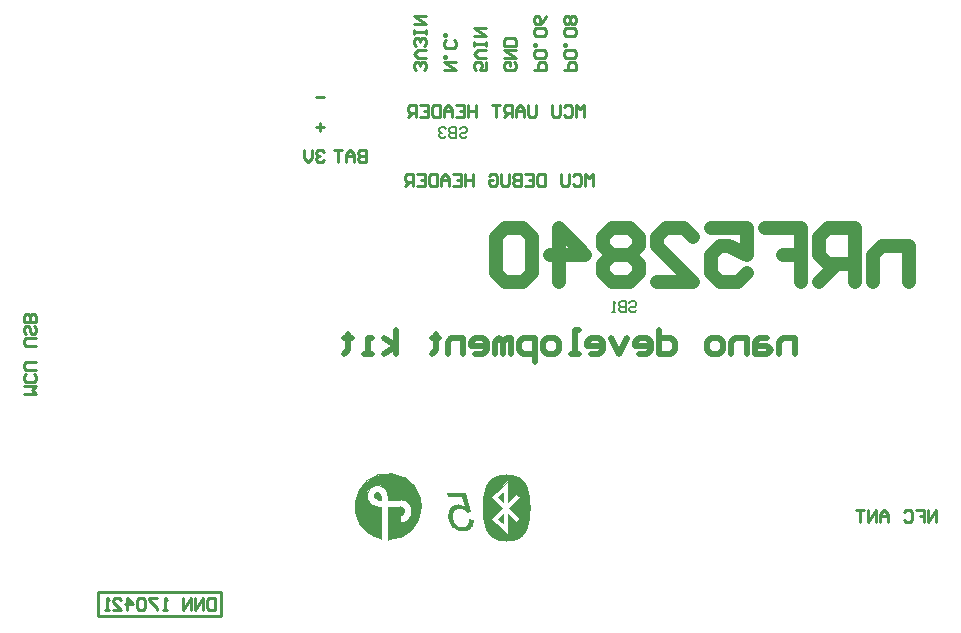
<source format=gbo>
G04 Layer_Color=32896*
%FSTAX24Y24*%
%MOIN*%
G70*
G01*
G75*
%ADD22C,0.0100*%
%ADD24C,0.0080*%
%ADD38C,0.0200*%
%ADD66C,0.0039*%
%ADD67C,0.0450*%
G36*
X041808Y031214D02*
X042064Y030968D01*
X042202Y030693D01*
X04229Y030338D01*
X042231Y029955D01*
X042034Y02959D01*
X0417Y029315D01*
X041336Y029207D01*
X041178D01*
Y030299D01*
X041572D01*
X04171Y03023D01*
X041729Y030132D01*
X04167Y030014D01*
X041572Y029984D01*
Y029758D01*
X041759Y029787D01*
X041897Y029915D01*
X041966Y030102D01*
X041936Y030309D01*
X041788Y030476D01*
X041572Y030535D01*
X041178D01*
X041149Y030781D01*
X04107Y030919D01*
X040903Y031008D01*
X040745Y030998D01*
X040607Y030939D01*
X040479Y030772D01*
X040469Y030604D01*
X040538Y030437D01*
X040666Y030329D01*
X040824Y030299D01*
X040942D01*
X040939Y029223D01*
X040716Y029295D01*
X04045Y029472D01*
X040253Y029699D01*
X040125Y029955D01*
X040066Y030329D01*
X040135Y030644D01*
X040253Y030909D01*
X04046Y031136D01*
X040686Y031293D01*
X04103Y031392D01*
X041395D01*
X041808Y031214D01*
D02*
G37*
G36*
X045528Y031286D02*
X045764Y03108D01*
X045833Y030873D01*
X045882Y030656D01*
X045911Y030302D01*
X045882Y02981D01*
X045764Y029436D01*
X045537Y029229D01*
X045193Y029141D01*
X045144Y02915D01*
X044917Y02916D01*
X044681Y029249D01*
X044563Y029357D01*
X044458Y029506D01*
X044366Y029849D01*
Y029889D01*
X044337Y030194D01*
X044366Y030617D01*
X044458Y031D01*
X044612Y031208D01*
X044878Y031336D01*
X045163Y031355D01*
X045528Y031286D01*
D02*
G37*
G36*
X043949Y030109D02*
X043812Y0301D01*
X043791Y030122D01*
X043773Y030142D01*
X043752Y030159D01*
X043736Y030174D01*
X043721Y030183D01*
X04371Y030192D01*
X043701Y030196D01*
X043699Y030198D01*
X043675Y030209D01*
X043652Y030216D01*
X04363Y030224D01*
X04361Y030227D01*
X043591Y030229D01*
X043578Y030231D01*
X043567D01*
X04353Y030229D01*
X043497Y030222D01*
X043469Y030211D01*
X043445Y0302D01*
X043427Y030187D01*
X043412Y030177D01*
X043404Y03017D01*
X043401Y030166D01*
X043379Y03014D01*
X043364Y030113D01*
X043353Y030083D01*
X043343Y030055D01*
X04334Y030031D01*
X043338Y030013D01*
X043336Y030005D01*
Y03D01*
Y029996D01*
Y029994D01*
X043338Y029959D01*
X043343Y029924D01*
X043351Y029891D01*
X04336Y029861D01*
X043369Y029837D01*
X043377Y029817D01*
X04338Y029809D01*
X043382Y029804D01*
X043384Y029802D01*
Y0298D01*
X043403Y029767D01*
X043423Y029737D01*
X043443Y029711D01*
X043464Y029691D01*
X04348Y029674D01*
X043495Y029663D01*
X043504Y029655D01*
X043508Y029654D01*
X043536Y029637D01*
X043564Y029624D01*
X043588Y029617D01*
X04361Y029609D01*
X043628Y029606D01*
X043643Y029604D01*
X043656D01*
X043677Y029606D01*
X043697Y029609D01*
X043715Y029613D01*
X043732Y029618D01*
X043745Y029624D01*
X043754Y02963D01*
X043762Y029631D01*
X043764Y029633D01*
X043782Y029646D01*
X043797Y029661D01*
X04381Y029676D01*
X043823Y029691D01*
X04383Y029704D01*
X043838Y029715D01*
X043841Y029722D01*
X043843Y029724D01*
X043852Y029746D01*
X04386Y029767D01*
X043863Y029787D01*
X043867Y029805D01*
X043869Y02982D01*
X043871Y029831D01*
Y029839D01*
Y029841D01*
Y029844D01*
Y02985D01*
Y029865D01*
Y029878D01*
Y029881D01*
Y029883D01*
X04403Y029866D01*
Y029854D01*
Y029846D01*
Y029841D01*
Y029839D01*
X044028Y029805D01*
X044025Y029774D01*
X044017Y029744D01*
X04401Y029718D01*
X044002Y029696D01*
X043995Y029678D01*
X043991Y029667D01*
X043989Y029665D01*
Y029663D01*
X043971Y029631D01*
X04395Y029606D01*
X04393Y029581D01*
X04391Y029561D01*
X043891Y029546D01*
X043876Y029535D01*
X043865Y029528D01*
X043862Y029526D01*
X043828Y029509D01*
X043795Y029498D01*
X043764Y029489D01*
X043732Y029483D01*
X043706Y02948D01*
X043686Y029478D01*
X043667D01*
X043619Y029481D01*
X043573Y029489D01*
X043532Y029498D01*
X043495Y029511D01*
X043466Y029524D01*
X043453Y02953D01*
X043443Y029533D01*
X043434Y029539D01*
X043429Y029541D01*
X043425Y029544D01*
X043423D01*
X043382Y029572D01*
X043347Y029602D01*
X043316Y029633D01*
X04329Y029665D01*
X043269Y029692D01*
X043255Y029715D01*
X043251Y029724D01*
X043247Y02973D01*
X043243Y029733D01*
Y029735D01*
X043221Y029783D01*
X043206Y029831D01*
X043195Y029876D01*
X043186Y029918D01*
X043184Y029937D01*
X043182Y029953D01*
X04318Y02997D01*
Y029983D01*
X043179Y029992D01*
Y030002D01*
Y030005D01*
Y030007D01*
X04318Y030039D01*
X043182Y030068D01*
X043188Y030094D01*
X043193Y03012D01*
X043201Y030144D01*
X043208Y030166D01*
X043217Y030187D01*
X043227Y030205D01*
X043236Y03022D01*
X043245Y030235D01*
X043253Y030246D01*
X04326Y030255D01*
X043266Y030264D01*
X043271Y03027D01*
X043273Y030272D01*
X043275Y030274D01*
X043293Y03029D01*
X043312Y030307D01*
X043332Y03032D01*
X043353Y030331D01*
X043393Y030348D01*
X04343Y030359D01*
X043464Y030366D01*
X043478Y030368D01*
X043491Y03037D01*
X043501Y030372D01*
X043538D01*
X04356Y030368D01*
X04358Y030366D01*
X043597Y030363D01*
X043612Y030359D01*
X043625Y030355D01*
X043632Y030353D01*
X043634Y030351D01*
X043675Y030333D01*
X043693Y030324D01*
X04371Y030314D01*
X043725Y030305D01*
X043736Y030298D01*
X043743Y030294D01*
X043745Y030292D01*
X043649Y03062D01*
X04316D01*
X04313Y030764D01*
X043756D01*
X043949Y030109D01*
D02*
G37*
G36*
X040883Y030762D02*
X040942Y030653D01*
Y030535D01*
X040784Y030545D01*
X040716Y030594D01*
Y030713D01*
X040804Y030772D01*
X040883Y030762D01*
D02*
G37*
%LPC*%
G36*
X045163Y031158D02*
X044612Y030607D01*
X044967Y030253D01*
X044612Y029899D01*
X045163Y029347D01*
Y030056D01*
X045439Y02978D01*
X045557Y029899D01*
X045547Y029908D01*
X045203Y030253D01*
X045557Y030607D01*
X045439Y030725D01*
X045163Y03045D01*
Y031158D01*
D02*
G37*
%LPD*%
G36*
X045006Y03045D02*
X044848Y030607D01*
X045006Y030765D01*
Y03045D01*
D02*
G37*
G36*
Y029741D02*
X044848Y029899D01*
X045006Y030056D01*
Y029741D01*
D02*
G37*
D22*
X0315Y02744D02*
X0356D01*
X0315Y02664D02*
Y02744D01*
Y02664D02*
X0356D01*
Y02744D01*
X0338Y02684D02*
X033667D01*
X033733D01*
Y02724D01*
X0338Y027173D01*
X033467Y02724D02*
X0332D01*
Y027173D01*
X033467Y026907D01*
Y02684D01*
X033067Y027173D02*
X033Y02724D01*
X032867D01*
X0328Y027173D01*
Y026907D01*
X032867Y02684D01*
X033D01*
X033067Y026907D01*
Y027173D01*
X032467Y02684D02*
Y02724D01*
X032667Y02704D01*
X0324D01*
X032001Y02684D02*
X032267D01*
X032001Y027107D01*
Y027173D01*
X032067Y02724D01*
X032201D01*
X032267Y027173D01*
X031867Y02684D02*
X031734D01*
X031801D01*
Y02724D01*
X031867Y027173D01*
X0354Y02724D02*
Y02684D01*
X0352D01*
X035133Y026907D01*
Y027173D01*
X0352Y02724D01*
X0354D01*
X035Y02684D02*
Y02724D01*
X034734Y02684D01*
Y02724D01*
X0346Y02684D02*
Y02724D01*
X034334Y02684D01*
Y02724D01*
X02905Y03404D02*
X02945D01*
X029317Y034173D01*
X02945Y034307D01*
X02905D01*
X029383Y034706D02*
X02945Y03464D01*
Y034507D01*
X029383Y03444D01*
X029117D01*
X02905Y034507D01*
Y03464D01*
X029117Y034706D01*
X02945Y03484D02*
X029117D01*
X02905Y034906D01*
Y03504D01*
X029117Y035106D01*
X02945D01*
Y035639D02*
X029117D01*
X02905Y035706D01*
Y035839D01*
X029117Y035906D01*
X02945D01*
X029383Y036306D02*
X02945Y036239D01*
Y036106D01*
X029383Y036039D01*
X029317D01*
X02925Y036106D01*
Y036239D01*
X029183Y036306D01*
X029117D01*
X02905Y036239D01*
Y036106D01*
X029117Y036039D01*
X02945Y036439D02*
X02905D01*
Y036639D01*
X029117Y036706D01*
X029183D01*
X02925Y036639D01*
Y036439D01*
Y036639D01*
X029317Y036706D01*
X029383D01*
X02945Y036639D01*
Y036439D01*
X04605Y04484D02*
X04645D01*
Y04504D01*
X046383Y045107D01*
X04625D01*
X046183Y04504D01*
Y04484D01*
X046383Y04524D02*
X04645Y045307D01*
Y04544D01*
X046383Y045506D01*
X046117D01*
X04605Y04544D01*
Y045307D01*
X046117Y04524D01*
X046383D01*
X04605Y04564D02*
X046117D01*
Y045706D01*
X04605D01*
Y04564D01*
X046383Y045973D02*
X04645Y04604D01*
Y046173D01*
X046383Y04624D01*
X046117D01*
X04605Y046173D01*
Y04604D01*
X046117Y045973D01*
X046383D01*
X04645Y046639D02*
X046383Y046506D01*
X04625Y046373D01*
X046117D01*
X04605Y046439D01*
Y046573D01*
X046117Y046639D01*
X046183D01*
X04625Y046573D01*
Y046373D01*
X04705Y04484D02*
X04745D01*
Y04504D01*
X047383Y045107D01*
X04725D01*
X047183Y04504D01*
Y04484D01*
X047383Y04524D02*
X04745Y045307D01*
Y04544D01*
X047383Y045506D01*
X047117D01*
X04705Y04544D01*
Y045307D01*
X047117Y04524D01*
X047383D01*
X04705Y04564D02*
X047117D01*
Y045706D01*
X04705D01*
Y04564D01*
X047383Y045973D02*
X04745Y04604D01*
Y046173D01*
X047383Y04624D01*
X047117D01*
X04705Y046173D01*
Y04604D01*
X047117Y045973D01*
X047383D01*
Y046373D02*
X04745Y046439D01*
Y046573D01*
X047383Y046639D01*
X047317D01*
X04725Y046573D01*
X047183Y046639D01*
X047117D01*
X04705Y046573D01*
Y046439D01*
X047117Y046373D01*
X047183D01*
X04725Y046439D01*
X047317Y046373D01*
X047383D01*
X04725Y046439D02*
Y046573D01*
X045383Y045107D02*
X04545Y04504D01*
Y044907D01*
X045383Y04484D01*
X045117D01*
X04505Y044907D01*
Y04504D01*
X045117Y045107D01*
X04525D01*
Y044973D01*
X04505Y04524D02*
X04545D01*
X04505Y045506D01*
X04545D01*
Y04564D02*
X04505D01*
Y04584D01*
X045117Y045906D01*
X045383D01*
X04545Y04584D01*
Y04564D01*
X04445Y045107D02*
Y04484D01*
X04425D01*
X044317Y044973D01*
Y04504D01*
X04425Y045107D01*
X044117D01*
X04405Y04504D01*
Y044907D01*
X044117Y04484D01*
X04445Y04524D02*
X044183D01*
X04405Y045373D01*
X044183Y045506D01*
X04445D01*
Y04564D02*
Y045773D01*
Y045706D01*
X04405D01*
Y04564D01*
Y045773D01*
Y045973D02*
X04445D01*
X04405Y04624D01*
X04445D01*
X04305Y04484D02*
X04345D01*
X04305Y045107D01*
X04345D01*
X04305Y04524D02*
X043117D01*
Y045307D01*
X04305D01*
Y04524D01*
X043383Y04584D02*
X04345Y045773D01*
Y04564D01*
X043383Y045573D01*
X043117D01*
X04305Y04564D01*
Y045773D01*
X043117Y04584D01*
X04305Y045973D02*
X043117D01*
Y04604D01*
X04305D01*
Y045973D01*
X042383Y04484D02*
X04245Y044907D01*
Y04504D01*
X042383Y045107D01*
X042317D01*
X04225Y04504D01*
Y044973D01*
Y04504D01*
X042183Y045107D01*
X042117D01*
X04205Y04504D01*
Y044907D01*
X042117Y04484D01*
X04245Y04524D02*
X042183D01*
X04205Y045373D01*
X042183Y045506D01*
X04245D01*
X042383Y04564D02*
X04245Y045706D01*
Y04584D01*
X042383Y045906D01*
X042317D01*
X04225Y04584D01*
Y045773D01*
Y04584D01*
X042183Y045906D01*
X042117D01*
X04205Y04584D01*
Y045706D01*
X042117Y04564D01*
X04245Y04604D02*
Y046173D01*
Y046106D01*
X04205D01*
Y04604D01*
Y046173D01*
Y046373D02*
X04245D01*
X04205Y046639D01*
X04245D01*
X0477Y04329D02*
Y04369D01*
X047567Y043557D01*
X047433Y04369D01*
Y04329D01*
X047034Y043623D02*
X0471Y04369D01*
X047233D01*
X0473Y043623D01*
Y043357D01*
X047233Y04329D01*
X0471D01*
X047034Y043357D01*
X0469Y04369D02*
Y043357D01*
X046834Y04329D01*
X0467D01*
X046634Y043357D01*
Y04369D01*
X046101D02*
Y043357D01*
X046034Y04329D01*
X045901D01*
X045834Y043357D01*
Y04369D01*
X045701Y04329D02*
Y043557D01*
X045567Y04369D01*
X045434Y043557D01*
Y04329D01*
Y04349D01*
X045701D01*
X045301Y04329D02*
Y04369D01*
X045101D01*
X045034Y043623D01*
Y04349D01*
X045101Y043423D01*
X045301D01*
X045167D02*
X045034Y04329D01*
X044901Y04369D02*
X044634D01*
X044768D01*
Y04329D01*
X044101Y04369D02*
Y04329D01*
Y04349D01*
X043835D01*
Y04369D01*
Y04329D01*
X043435Y04369D02*
X043701D01*
Y04329D01*
X043435D01*
X043701Y04349D02*
X043568D01*
X043301Y04329D02*
Y043557D01*
X043168Y04369D01*
X043035Y043557D01*
Y04329D01*
Y04349D01*
X043301D01*
X042902Y04369D02*
Y04329D01*
X042702D01*
X042635Y043357D01*
Y043623D01*
X042702Y04369D01*
X042902D01*
X042235D02*
X042502D01*
Y04329D01*
X042235D01*
X042502Y04349D02*
X042368D01*
X042102Y04329D02*
Y04369D01*
X041902D01*
X041835Y043623D01*
Y04349D01*
X041902Y043423D01*
X042102D01*
X041969D02*
X041835Y04329D01*
X048Y04099D02*
Y04139D01*
X047867Y041257D01*
X047733Y04139D01*
Y04099D01*
X047334Y041323D02*
X0474Y04139D01*
X047533D01*
X0476Y041323D01*
Y041057D01*
X047533Y04099D01*
X0474D01*
X047334Y041057D01*
X0472Y04139D02*
Y041057D01*
X047134Y04099D01*
X047D01*
X046934Y041057D01*
Y04139D01*
X046401D02*
Y04099D01*
X046201D01*
X046134Y041057D01*
Y041323D01*
X046201Y04139D01*
X046401D01*
X045734D02*
X046001D01*
Y04099D01*
X045734D01*
X046001Y04119D02*
X045867D01*
X045601Y04139D02*
Y04099D01*
X045401D01*
X045334Y041057D01*
Y041123D01*
X045401Y04119D01*
X045601D01*
X045401D01*
X045334Y041257D01*
Y041323D01*
X045401Y04139D01*
X045601D01*
X045201D02*
Y041057D01*
X045134Y04099D01*
X045001D01*
X044934Y041057D01*
Y04139D01*
X044534Y041323D02*
X044601Y04139D01*
X044734D01*
X044801Y041323D01*
Y041057D01*
X044734Y04099D01*
X044601D01*
X044534Y041057D01*
Y04119D01*
X044668D01*
X044001Y04139D02*
Y04099D01*
Y04119D01*
X043735D01*
Y04139D01*
Y04099D01*
X043335Y04139D02*
X043601D01*
Y04099D01*
X043335D01*
X043601Y04119D02*
X043468D01*
X043202Y04099D02*
Y041257D01*
X043068Y04139D01*
X042935Y041257D01*
Y04099D01*
Y04119D01*
X043202D01*
X042802Y04139D02*
Y04099D01*
X042602D01*
X042535Y041057D01*
Y041323D01*
X042602Y04139D01*
X042802D01*
X042135D02*
X042402D01*
Y04099D01*
X042135D01*
X042402Y04119D02*
X042269D01*
X042002Y04099D02*
Y04139D01*
X041802D01*
X041735Y041323D01*
Y04119D01*
X041802Y041123D01*
X042002D01*
X041869D02*
X041735Y04099D01*
X05945Y02979D02*
Y03019D01*
X059183Y02979D01*
Y03019D01*
X058784D02*
X05905D01*
Y02999D01*
X058917D01*
X05905D01*
Y02979D01*
X058384Y030123D02*
X05845Y03019D01*
X058584D01*
X05865Y030123D01*
Y029857D01*
X058584Y02979D01*
X05845D01*
X058384Y029857D01*
X057851Y02979D02*
Y030057D01*
X057717Y03019D01*
X057584Y030057D01*
Y02979D01*
Y02999D01*
X057851D01*
X057451Y02979D02*
Y03019D01*
X057184Y02979D01*
Y03019D01*
X057051D02*
X056784D01*
X056917D01*
Y02979D01*
X04045Y04219D02*
Y04179D01*
X04025D01*
X040183Y041857D01*
Y041923D01*
X04025Y04199D01*
X04045D01*
X04025D01*
X040183Y042057D01*
Y042123D01*
X04025Y04219D01*
X04045D01*
X04005Y04179D02*
Y042057D01*
X039917Y04219D01*
X039784Y042057D01*
Y04179D01*
Y04199D01*
X04005D01*
X03965Y04219D02*
X039384D01*
X039517D01*
Y04179D01*
X03905Y04294D02*
X038783D01*
X038917Y043073D02*
Y042807D01*
X03905Y04394D02*
X038783D01*
X03905Y042123D02*
X038983Y04219D01*
X03885D01*
X038783Y042123D01*
Y042057D01*
X03885Y04199D01*
X038917D01*
X03885D01*
X038783Y041923D01*
Y041857D01*
X03885Y04179D01*
X038983D01*
X03905Y041857D01*
X03865Y04219D02*
Y041923D01*
X038517Y04179D01*
X038384Y041923D01*
Y04219D01*
D24*
X043567Y042882D02*
X043625Y04294D01*
X043742D01*
X0438Y042882D01*
Y042823D01*
X043742Y042765D01*
X043625D01*
X043567Y042707D01*
Y042648D01*
X043625Y04259D01*
X043742D01*
X0438Y042648D01*
X04345Y04294D02*
Y04259D01*
X043275D01*
X043217Y042648D01*
Y042707D01*
X043275Y042765D01*
X04345D01*
X043275D01*
X043217Y042823D01*
Y042882D01*
X043275Y04294D01*
X04345D01*
X0431Y042882D02*
X043042Y04294D01*
X042925D01*
X042867Y042882D01*
Y042823D01*
X042925Y042765D01*
X042984D01*
X042925D01*
X042867Y042707D01*
Y042648D01*
X042925Y04259D01*
X043042D01*
X0431Y042648D01*
X049217Y037082D02*
X049275Y03714D01*
X049392D01*
X04945Y037082D01*
Y037023D01*
X049392Y036965D01*
X049275D01*
X049217Y036907D01*
Y036848D01*
X049275Y03679D01*
X049392D01*
X04945Y036848D01*
X0491Y03714D02*
Y03679D01*
X048925D01*
X048867Y036848D01*
Y036907D01*
X048925Y036965D01*
X0491D01*
X048925D01*
X048867Y037023D01*
Y037082D01*
X048925Y03714D01*
X0491D01*
X04875Y03679D02*
X048634D01*
X048692D01*
Y03714D01*
X04875Y037082D01*
D38*
X05475Y03539D02*
Y035923D01*
X05435D01*
X054217Y03579D01*
Y03539D01*
X053817Y035923D02*
X05355D01*
X053417Y03579D01*
Y03539D01*
X053817D01*
X05395Y035523D01*
X053817Y035657D01*
X053417D01*
X053151Y03539D02*
Y035923D01*
X052751D01*
X052617Y03579D01*
Y03539D01*
X052217D02*
X051951D01*
X051818Y035523D01*
Y03579D01*
X051951Y035923D01*
X052217D01*
X052351Y03579D01*
Y035523D01*
X052217Y03539D01*
X050218Y03619D02*
Y03539D01*
X050618D01*
X050751Y035523D01*
Y03579D01*
X050618Y035923D01*
X050218D01*
X049552Y03539D02*
X049818D01*
X049952Y035523D01*
Y03579D01*
X049818Y035923D01*
X049552D01*
X049418Y03579D01*
Y035657D01*
X049952D01*
X049152Y035923D02*
X048885Y03539D01*
X048619Y035923D01*
X047952Y03539D02*
X048219D01*
X048352Y035523D01*
Y03579D01*
X048219Y035923D01*
X047952D01*
X047819Y03579D01*
Y035657D01*
X048352D01*
X047552Y03539D02*
X047286D01*
X047419D01*
Y03619D01*
X047552D01*
X046753Y03539D02*
X046486D01*
X046353Y035523D01*
Y03579D01*
X046486Y035923D01*
X046753D01*
X046886Y03579D01*
Y035523D01*
X046753Y03539D01*
X046086Y035123D02*
Y035923D01*
X045686D01*
X045553Y03579D01*
Y035523D01*
X045686Y03539D01*
X046086D01*
X045286D02*
Y035923D01*
X045153D01*
X04502Y03579D01*
Y03539D01*
Y03579D01*
X044887Y035923D01*
X044753Y03579D01*
Y03539D01*
X044087D02*
X044353D01*
X044487Y035523D01*
Y03579D01*
X044353Y035923D01*
X044087D01*
X043953Y03579D01*
Y035657D01*
X044487D01*
X043687Y03539D02*
Y035923D01*
X043287D01*
X043154Y03579D01*
Y03539D01*
X042754Y036056D02*
Y035923D01*
X042887D01*
X042621D01*
X042754D01*
Y035523D01*
X042621Y03539D01*
X041421D02*
Y03619D01*
Y035657D02*
X041021Y035923D01*
X041421Y035657D02*
X041021Y03539D01*
X040621D02*
X040355D01*
X040488D01*
Y035923D01*
X040621D01*
X039822Y036056D02*
Y035923D01*
X039955D01*
X039688D01*
X039822D01*
Y035523D01*
X039688Y03539D01*
D66*
X04579Y029506D02*
G03*
X04579Y031I-002245J000747D01*
G01*
X045438Y031313D02*
G03*
X04481Y031313I-000314J-001144D01*
G01*
X04579Y031D02*
G03*
X045438Y031313I-000568J-000284D01*
G01*
X04481D02*
G03*
X044458Y031I000215J-000597D01*
G01*
D02*
G03*
X044458Y029506I002245J-000747D01*
G01*
X045438Y029193D02*
G03*
X04579Y029506I-000215J000597D01*
G01*
X044458D02*
G03*
X04481Y029193I000568J000284D01*
G01*
Y029193D02*
G03*
X045438Y029193I000314J001144D01*
G01*
X041178Y029197D02*
G03*
X040939Y029223I0J001102D01*
G01*
X040942Y030653D02*
G03*
X040824Y030535I-000118J0D01*
G01*
X041178Y030653D02*
G03*
X040824Y030299I-000354J0D01*
G01*
X041572Y029984D02*
G03*
X041572Y030299I0J000157D01*
G01*
Y029748D02*
G03*
X041572Y030535I0J000394D01*
G01*
X045006Y03045D02*
Y030765D01*
Y029741D02*
Y030056D01*
X044848Y030607D02*
X045006Y030765D01*
X044848Y030607D02*
X045006Y03045D01*
X044848Y029899D02*
X045006Y030056D01*
X044848Y029899D02*
X045006Y029741D01*
X044612Y030607D02*
X044967Y030253D01*
X044612Y029899D02*
X044967Y030253D01*
X044612Y029899D02*
X045163Y029347D01*
X044612Y030607D02*
X045163Y031158D01*
X045439Y030725D02*
X045557Y030607D01*
X045163Y03045D02*
X045439Y030725D01*
Y02978D02*
X045557Y029899D01*
X045163Y030056D02*
X045439Y02978D01*
X045203Y030253D02*
X045557Y029899D01*
X045203Y030253D02*
X045557Y030607D01*
X045163Y029347D02*
Y030056D01*
Y03045D02*
Y031158D01*
X041178Y029197D02*
Y030299D01*
X040942Y029223D02*
Y030299D01*
X040824Y030535D02*
X040942D01*
Y030653D01*
X040824Y030299D02*
X040942D01*
X041572Y029748D02*
Y029984D01*
X041178Y030535D02*
X041178Y030653D01*
Y030535D02*
X041572D01*
X041178Y030299D02*
X041572D01*
D67*
X05855Y03779D02*
Y03899D01*
X05765D01*
X05735Y03869D01*
Y03779D01*
X056751D02*
Y039589D01*
X055851D01*
X055551Y03929D01*
Y03869D01*
X055851Y03839D01*
X056751D01*
X056151D02*
X055551Y03779D01*
X053752Y039589D02*
X054951D01*
Y03869D01*
X054351D01*
X054951D01*
Y03779D01*
X051952Y039589D02*
X053152D01*
Y03869D01*
X052552Y03899D01*
X052252D01*
X051952Y03869D01*
Y03809D01*
X052252Y03779D01*
X052852D01*
X053152Y03809D01*
X050153Y03779D02*
X051352D01*
X050153Y03899D01*
Y03929D01*
X050453Y039589D01*
X051052D01*
X051352Y03929D01*
X049553D02*
X049253Y039589D01*
X048653D01*
X048353Y03929D01*
Y03899D01*
X048653Y03869D01*
X048353Y03839D01*
Y03809D01*
X048653Y03779D01*
X049253D01*
X049553Y03809D01*
Y03839D01*
X049253Y03869D01*
X049553Y03899D01*
Y03929D01*
X049253Y03869D02*
X048653D01*
X046854Y03779D02*
Y039589D01*
X047753Y03869D01*
X046554D01*
X045954Y03929D02*
X045654Y039589D01*
X045054D01*
X044754Y03929D01*
Y03809D01*
X045054Y03779D01*
X045654D01*
X045954Y03809D01*
Y03929D01*
M02*

</source>
